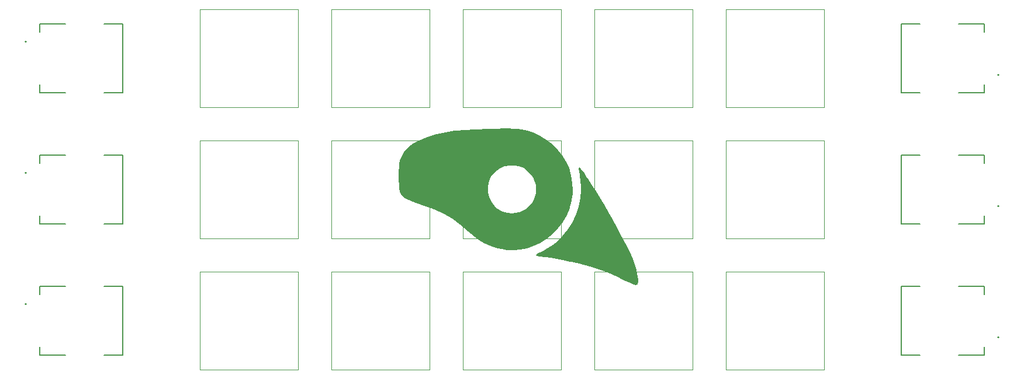
<source format=gbr>
%TF.GenerationSoftware,KiCad,Pcbnew,8.0.5*%
%TF.CreationDate,2024-11-23T20:31:30+11:00*%
%TF.ProjectId,Macro Mixer,4d616372-6f20-44d6-9978-65722e6b6963,rev?*%
%TF.SameCoordinates,Original*%
%TF.FileFunction,Legend,Top*%
%TF.FilePolarity,Positive*%
%FSLAX46Y46*%
G04 Gerber Fmt 4.6, Leading zero omitted, Abs format (unit mm)*
G04 Created by KiCad (PCBNEW 8.0.5) date 2024-11-23 20:31:30*
%MOMM*%
%LPD*%
G01*
G04 APERTURE LIST*
%ADD10C,0.127000*%
%ADD11C,0.200000*%
%ADD12C,0.120000*%
%ADD13C,0.000000*%
G04 APERTURE END LIST*
D10*
%TO.C,R21*%
X208912500Y-95012500D02*
X211612500Y-95012500D01*
X208912500Y-105012500D02*
X208912500Y-95012500D01*
X211612500Y-105012500D02*
X208912500Y-105012500D01*
X217212500Y-95012500D02*
X220912500Y-95012500D01*
X217212500Y-105012500D02*
X220912500Y-105012500D01*
X220912500Y-95012500D02*
X220912500Y-96212500D01*
X220912500Y-105012500D02*
X220912500Y-103812500D01*
D11*
X223026500Y-102430500D02*
G75*
G02*
X222826500Y-102430500I-100000J0D01*
G01*
X222826500Y-102430500D02*
G75*
G02*
X223026500Y-102430500I100000J0D01*
G01*
D10*
%TO.C,R40*%
X84087500Y-75962500D02*
X84087500Y-77162500D01*
X84087500Y-85962500D02*
X84087500Y-84762500D01*
X87787500Y-75962500D02*
X84087500Y-75962500D01*
X87787500Y-85962500D02*
X84087500Y-85962500D01*
X93387500Y-75962500D02*
X96087500Y-75962500D01*
X96087500Y-75962500D02*
X96087500Y-85962500D01*
X96087500Y-85962500D02*
X93387500Y-85962500D01*
D11*
X82173500Y-78544500D02*
G75*
G02*
X81973500Y-78544500I-100000J0D01*
G01*
X81973500Y-78544500D02*
G75*
G02*
X82173500Y-78544500I100000J0D01*
G01*
D12*
%TO.C,SW3*%
X145400000Y-73862500D02*
X145400000Y-88062500D01*
X145400000Y-88062500D02*
X159600000Y-88062500D01*
X159600000Y-73862500D02*
X145400000Y-73862500D01*
X159600000Y-88062500D02*
X159600000Y-73862500D01*
%TO.C,SW14*%
X164450000Y-111962500D02*
X164450000Y-126162500D01*
X164450000Y-126162500D02*
X178650000Y-126162500D01*
X178650000Y-111962500D02*
X164450000Y-111962500D01*
X178650000Y-126162500D02*
X178650000Y-111962500D01*
D10*
%TO.C,R18*%
X208912500Y-114062500D02*
X211612500Y-114062500D01*
X208912500Y-124062500D02*
X208912500Y-114062500D01*
X211612500Y-124062500D02*
X208912500Y-124062500D01*
X217212500Y-114062500D02*
X220912500Y-114062500D01*
X217212500Y-124062500D02*
X220912500Y-124062500D01*
X220912500Y-114062500D02*
X220912500Y-115262500D01*
X220912500Y-124062500D02*
X220912500Y-122862500D01*
D11*
X223026500Y-121480500D02*
G75*
G02*
X222826500Y-121480500I-100000J0D01*
G01*
X222826500Y-121480500D02*
G75*
G02*
X223026500Y-121480500I100000J0D01*
G01*
D12*
%TO.C,SW7*%
X126350000Y-92912500D02*
X126350000Y-107112500D01*
X126350000Y-107112500D02*
X140550000Y-107112500D01*
X140550000Y-92912500D02*
X126350000Y-92912500D01*
X140550000Y-107112500D02*
X140550000Y-92912500D01*
%TO.C,SW15*%
X183500000Y-111962500D02*
X183500000Y-126162500D01*
X183500000Y-126162500D02*
X197700000Y-126162500D01*
X197700000Y-111962500D02*
X183500000Y-111962500D01*
X197700000Y-126162500D02*
X197700000Y-111962500D01*
%TO.C,SW4*%
X164450000Y-73862500D02*
X164450000Y-88062500D01*
X164450000Y-88062500D02*
X178650000Y-88062500D01*
X178650000Y-73862500D02*
X164450000Y-73862500D01*
X178650000Y-88062500D02*
X178650000Y-73862500D01*
%TO.C,SW8*%
X145400000Y-92912500D02*
X145400000Y-107112500D01*
X145400000Y-107112500D02*
X159600000Y-107112500D01*
X159600000Y-92912500D02*
X145400000Y-92912500D01*
X159600000Y-107112500D02*
X159600000Y-92912500D01*
D10*
%TO.C,R24*%
X208912500Y-75962500D02*
X211612500Y-75962500D01*
X208912500Y-85962500D02*
X208912500Y-75962500D01*
X211612500Y-85962500D02*
X208912500Y-85962500D01*
X217212500Y-75962500D02*
X220912500Y-75962500D01*
X217212500Y-85962500D02*
X220912500Y-85962500D01*
X220912500Y-75962500D02*
X220912500Y-77162500D01*
X220912500Y-85962500D02*
X220912500Y-84762500D01*
D11*
X223026500Y-83380500D02*
G75*
G02*
X222826500Y-83380500I-100000J0D01*
G01*
X222826500Y-83380500D02*
G75*
G02*
X223026500Y-83380500I100000J0D01*
G01*
D12*
%TO.C,SW10*%
X183500000Y-92912500D02*
X183500000Y-107112500D01*
X183500000Y-107112500D02*
X197700000Y-107112500D01*
X197700000Y-92912500D02*
X183500000Y-92912500D01*
X197700000Y-107112500D02*
X197700000Y-92912500D01*
D10*
%TO.C,R37*%
X84087500Y-95012500D02*
X84087500Y-96212500D01*
X84087500Y-105012500D02*
X84087500Y-103812500D01*
X87787500Y-95012500D02*
X84087500Y-95012500D01*
X87787500Y-105012500D02*
X84087500Y-105012500D01*
X93387500Y-95012500D02*
X96087500Y-95012500D01*
X96087500Y-95012500D02*
X96087500Y-105012500D01*
X96087500Y-105012500D02*
X93387500Y-105012500D01*
D11*
X82173500Y-97594500D02*
G75*
G02*
X81973500Y-97594500I-100000J0D01*
G01*
X81973500Y-97594500D02*
G75*
G02*
X82173500Y-97594500I100000J0D01*
G01*
D12*
%TO.C,SW13*%
X145400000Y-111962500D02*
X145400000Y-126162500D01*
X145400000Y-126162500D02*
X159600000Y-126162500D01*
X159600000Y-111962500D02*
X145400000Y-111962500D01*
X159600000Y-126162500D02*
X159600000Y-111962500D01*
%TO.C,SW1*%
X107300000Y-73862500D02*
X107300000Y-88062500D01*
X107300000Y-88062500D02*
X121500000Y-88062500D01*
X121500000Y-73862500D02*
X107300000Y-73862500D01*
X121500000Y-88062500D02*
X121500000Y-73862500D01*
%TO.C,SW9*%
X164450000Y-92912500D02*
X164450000Y-107112500D01*
X164450000Y-107112500D02*
X178650000Y-107112500D01*
X178650000Y-92912500D02*
X164450000Y-92912500D01*
X178650000Y-107112500D02*
X178650000Y-92912500D01*
D10*
%TO.C,R34*%
X84087500Y-114062500D02*
X84087500Y-115262500D01*
X84087500Y-124062500D02*
X84087500Y-122862500D01*
X87787500Y-114062500D02*
X84087500Y-114062500D01*
X87787500Y-124062500D02*
X84087500Y-124062500D01*
X93387500Y-114062500D02*
X96087500Y-114062500D01*
X96087500Y-114062500D02*
X96087500Y-124062500D01*
X96087500Y-124062500D02*
X93387500Y-124062500D01*
D11*
X82173500Y-116644500D02*
G75*
G02*
X81973500Y-116644500I-100000J0D01*
G01*
X81973500Y-116644500D02*
G75*
G02*
X82173500Y-116644500I100000J0D01*
G01*
D12*
%TO.C,SW6*%
X107300000Y-92912500D02*
X107300000Y-107112500D01*
X107300000Y-107112500D02*
X121500000Y-107112500D01*
X121500000Y-92912500D02*
X107300000Y-92912500D01*
X121500000Y-107112500D02*
X121500000Y-92912500D01*
%TO.C,SW11*%
X107300000Y-111962500D02*
X107300000Y-126162500D01*
X107300000Y-126162500D02*
X121500000Y-126162500D01*
X121500000Y-111962500D02*
X107300000Y-111962500D01*
X121500000Y-126162500D02*
X121500000Y-111962500D01*
D13*
%TO.C,REF\u002A\u002A*%
G36*
X162351193Y-96839509D02*
G01*
X162502174Y-97022637D01*
X162716557Y-97308180D01*
X162982562Y-97680043D01*
X163288405Y-98122132D01*
X163597477Y-98581003D01*
X164123480Y-99390072D01*
X164682786Y-100284338D01*
X165265451Y-101245692D01*
X165861532Y-102256026D01*
X166461084Y-103297232D01*
X167054165Y-104351200D01*
X167630831Y-105399822D01*
X168181137Y-106424990D01*
X168695140Y-107408594D01*
X169162898Y-108332527D01*
X169574465Y-109178680D01*
X169919898Y-109928944D01*
X170189254Y-110565210D01*
X170217427Y-110636719D01*
X170389183Y-111130230D01*
X170534251Y-111650394D01*
X170648717Y-112170132D01*
X170728667Y-112662362D01*
X170770185Y-113100002D01*
X170769357Y-113455972D01*
X170722269Y-113703191D01*
X170672619Y-113785678D01*
X170573684Y-113850333D01*
X170436371Y-113869617D01*
X170243501Y-113837928D01*
X169977893Y-113749661D01*
X169622369Y-113599214D01*
X169159749Y-113380983D01*
X168637290Y-113121820D01*
X167822666Y-112721034D01*
X167064775Y-112369680D01*
X166337505Y-112058900D01*
X165614746Y-111779836D01*
X164870387Y-111523629D01*
X164078317Y-111281420D01*
X163212426Y-111044351D01*
X162246601Y-110803564D01*
X161154733Y-110550200D01*
X160867098Y-110485660D01*
X159872615Y-110271617D01*
X158985255Y-110098894D01*
X158159545Y-109959857D01*
X157350016Y-109846871D01*
X156511199Y-109752303D01*
X156481313Y-109749289D01*
X156160271Y-109695923D01*
X155992170Y-109614905D01*
X155968145Y-109578774D01*
X155964685Y-109483278D01*
X156046767Y-109389066D01*
X156236279Y-109280177D01*
X156555111Y-109140645D01*
X156586436Y-109127854D01*
X157067476Y-108897901D01*
X157617615Y-108577733D01*
X158195805Y-108193533D01*
X158760998Y-107771486D01*
X158939596Y-107626767D01*
X159820742Y-106794043D01*
X160591214Y-105852711D01*
X161243472Y-104816815D01*
X161769974Y-103700403D01*
X162163183Y-102517520D01*
X162415556Y-101282212D01*
X162438952Y-101108026D01*
X162494405Y-100380347D01*
X162494098Y-99582523D01*
X162440897Y-98783442D01*
X162337667Y-98051996D01*
X162305139Y-97891274D01*
X162212239Y-97423451D01*
X162168374Y-97093416D01*
X162173154Y-96886514D01*
X162226187Y-96788092D01*
X162275395Y-96774890D01*
X162351193Y-96839509D01*
G37*
G36*
X152038823Y-91165388D02*
G01*
X152726699Y-91184152D01*
X153327740Y-91222468D01*
X153860156Y-91281832D01*
X154342159Y-91363744D01*
X154791958Y-91469701D01*
X155227765Y-91601202D01*
X155593712Y-91731502D01*
X156592967Y-92191147D01*
X157540815Y-92788724D01*
X158418827Y-93505740D01*
X159208576Y-94323700D01*
X159891634Y-95224111D01*
X160449573Y-96188477D01*
X160768149Y-96924573D01*
X161008349Y-97659088D01*
X161167979Y-98376397D01*
X161256768Y-99133547D01*
X161284391Y-99951035D01*
X161276790Y-100576562D01*
X161245086Y-101095665D01*
X161181451Y-101561347D01*
X161078055Y-102026607D01*
X160927072Y-102544447D01*
X160879331Y-102693387D01*
X160458853Y-103737348D01*
X159902259Y-104721030D01*
X159224433Y-105630361D01*
X158440254Y-106451268D01*
X157564605Y-107169680D01*
X156612367Y-107771524D01*
X155598421Y-108242728D01*
X154709856Y-108527299D01*
X153695101Y-108733913D01*
X152721360Y-108817282D01*
X151732276Y-108781435D01*
X151498428Y-108756953D01*
X150447270Y-108570027D01*
X149442125Y-108255697D01*
X148468453Y-107806779D01*
X147511714Y-107216092D01*
X146557370Y-106476454D01*
X146147157Y-106113612D01*
X144992783Y-105125724D01*
X143846027Y-104283613D01*
X142714365Y-103592613D01*
X142332063Y-103391885D01*
X142041159Y-103249953D01*
X141740847Y-103113706D01*
X141408294Y-102974300D01*
X141020669Y-102822885D01*
X140555142Y-102650617D01*
X139988880Y-102448648D01*
X139299052Y-102208132D01*
X139096052Y-102137989D01*
X138376954Y-101881805D01*
X137796713Y-101654784D01*
X137338706Y-101447280D01*
X136986310Y-101249644D01*
X136722900Y-101052228D01*
X136531855Y-100845383D01*
X136396549Y-100619462D01*
X136367615Y-100554415D01*
X136278008Y-100244229D01*
X136206642Y-99806726D01*
X136200511Y-99744626D01*
X149007727Y-99744626D01*
X149031335Y-100460256D01*
X149197837Y-101153130D01*
X149504350Y-101801546D01*
X149937796Y-102372947D01*
X150420098Y-102806968D01*
X150966876Y-103132336D01*
X151459338Y-103327027D01*
X151906034Y-103422289D01*
X152436521Y-103455256D01*
X152987748Y-103427799D01*
X153496660Y-103341787D01*
X153766682Y-103258565D01*
X154421894Y-102923215D01*
X154985467Y-102466035D01*
X155439369Y-101904654D01*
X155735809Y-101333379D01*
X155823426Y-101087573D01*
X155900000Y-100844253D01*
X155960000Y-100560000D01*
X155990000Y-100180000D01*
X155990000Y-99810000D01*
X155950000Y-99340000D01*
X155840000Y-98890000D01*
X155648326Y-98429608D01*
X155399298Y-98008724D01*
X155238245Y-97793089D01*
X154749126Y-97298431D01*
X154169582Y-96919987D01*
X153524062Y-96662240D01*
X152837019Y-96529673D01*
X152132902Y-96526767D01*
X151436161Y-96658004D01*
X150771249Y-96927867D01*
X150707591Y-96962571D01*
X150397219Y-97181517D01*
X150058086Y-97492105D01*
X149737394Y-97844873D01*
X149482347Y-98190362D01*
X149400734Y-98331915D01*
X149129898Y-99027944D01*
X149007727Y-99744626D01*
X136200511Y-99744626D01*
X136154032Y-99273859D01*
X136120695Y-98677578D01*
X136107146Y-98049835D01*
X136113900Y-97422584D01*
X136141474Y-96827776D01*
X136190383Y-96297362D01*
X136261143Y-95863295D01*
X136289980Y-95744410D01*
X136552009Y-95070247D01*
X136959521Y-94448224D01*
X137513691Y-93877546D01*
X138215695Y-93357416D01*
X139066709Y-92887040D01*
X140067908Y-92465620D01*
X141220469Y-92092361D01*
X141980595Y-91892300D01*
X142434605Y-91785511D01*
X142868319Y-91692871D01*
X143298913Y-91612775D01*
X143743564Y-91543621D01*
X144219448Y-91483804D01*
X144743741Y-91431720D01*
X145333620Y-91385765D01*
X146006262Y-91344336D01*
X146778843Y-91305828D01*
X147668540Y-91268637D01*
X148692528Y-91231160D01*
X149272078Y-91211417D01*
X150329723Y-91180518D01*
X151245901Y-91164676D01*
X152038823Y-91165388D01*
G37*
D12*
%TO.C,SW12*%
X126350000Y-111962500D02*
X126350000Y-126162500D01*
X126350000Y-126162500D02*
X140550000Y-126162500D01*
X140550000Y-111962500D02*
X126350000Y-111962500D01*
X140550000Y-126162500D02*
X140550000Y-111962500D01*
%TO.C,SW2*%
X126350000Y-73862500D02*
X126350000Y-88062500D01*
X126350000Y-88062500D02*
X140550000Y-88062500D01*
X140550000Y-73862500D02*
X126350000Y-73862500D01*
X140550000Y-88062500D02*
X140550000Y-73862500D01*
%TO.C,SW5*%
X183500000Y-73862500D02*
X183500000Y-88062500D01*
X183500000Y-88062500D02*
X197700000Y-88062500D01*
X197700000Y-73862500D02*
X183500000Y-73862500D01*
X197700000Y-88062500D02*
X197700000Y-73862500D01*
%TD*%
M02*

</source>
